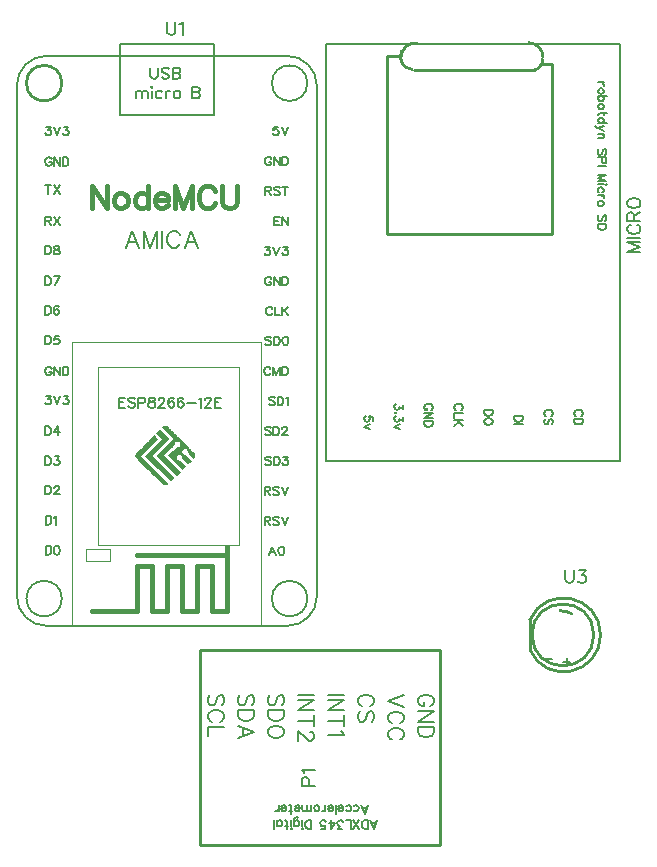
<source format=gto>
G04 Layer: TopSilkLayer*
G04 EasyEDA v6.1.52, Mon, 08 Jul 2019 10:21:38 GMT*
G04 5413f9b5b7f849b2b35cf240694ed7f1,988ceec4d1f441188f864a740997233d,10*
G04 Gerber Generator version 0.2*
G04 Scale: 100 percent, Rotated: No, Reflected: No *
G04 Dimensions in millimeters *
G04 leading zeros omitted , absolute positions ,3 integer and 3 decimal *
%FSLAX33Y33*%
%MOMM*%
G90*
G71D02*

%ADD10C,0.254000*%
%ADD11C,0.203200*%
%ADD18C,0.152400*%
%ADD19C,0.200000*%
%ADD20C,0.101600*%
%ADD21C,0.100000*%
%ADD22C,0.399999*%
%ADD23C,0.177800*%

%LPD*%

%LPD*%
G36*
G01X14241Y35672D02*
G01X14196Y35717D01*
G01X14189Y35713D01*
G01X14175Y35701D01*
G01X14153Y35682D01*
G01X14124Y35656D01*
G01X14089Y35622D01*
G01X14048Y35583D01*
G01X14000Y35537D01*
G01X13948Y35486D01*
G01X13891Y35430D01*
G01X13829Y35370D01*
G01X13763Y35304D01*
G01X13693Y35235D01*
G01X13621Y35162D01*
G01X13545Y35086D01*
G01X13468Y35006D01*
G01X13388Y34925D01*
G01X13191Y34728D01*
G01X13106Y34642D01*
G01X13028Y34564D01*
G01X12958Y34493D01*
G01X12896Y34429D01*
G01X12840Y34372D01*
G01X12790Y34320D01*
G01X12747Y34274D01*
G01X12709Y34233D01*
G01X12677Y34196D01*
G01X12649Y34163D01*
G01X12627Y34134D01*
G01X12608Y34107D01*
G01X12594Y34083D01*
G01X12583Y34061D01*
G01X12575Y34042D01*
G01X12570Y34023D01*
G01X12567Y34005D01*
G01X12567Y33986D01*
G01X12568Y33968D01*
G01X12570Y33949D01*
G01X12574Y33928D01*
G01X12578Y33906D01*
G01X12580Y33898D01*
G01X12583Y33890D01*
G01X12587Y33880D01*
G01X12593Y33869D01*
G01X12601Y33857D01*
G01X12612Y33842D01*
G01X12624Y33826D01*
G01X12639Y33808D01*
G01X12656Y33787D01*
G01X12677Y33764D01*
G01X12701Y33738D01*
G01X12727Y33708D01*
G01X12758Y33676D01*
G01X12792Y33640D01*
G01X12830Y33600D01*
G01X12872Y33556D01*
G01X12919Y33509D01*
G01X12970Y33456D01*
G01X13088Y33338D01*
G01X13154Y33271D01*
G01X13225Y33200D01*
G01X13303Y33123D01*
G01X13386Y33039D01*
G01X13475Y32950D01*
G01X13571Y32855D01*
G01X13673Y32754D01*
G01X13782Y32646D01*
G01X13889Y32538D01*
G01X13990Y32436D01*
G01X14085Y32341D01*
G01X14173Y32252D01*
G01X14470Y31956D01*
G01X14587Y31839D01*
G01X14639Y31788D01*
G01X14686Y31742D01*
G01X14729Y31700D01*
G01X14769Y31662D01*
G01X14804Y31628D01*
G01X14836Y31598D01*
G01X14865Y31571D01*
G01X14891Y31547D01*
G01X14914Y31527D01*
G01X14935Y31509D01*
G01X14953Y31494D01*
G01X14969Y31482D01*
G01X14983Y31472D01*
G01X14996Y31464D01*
G01X15007Y31457D01*
G01X15016Y31453D01*
G01X15026Y31449D01*
G01X15034Y31447D01*
G01X15117Y31443D01*
G01X15194Y31456D01*
G01X15267Y31487D01*
G01X15339Y31539D01*
G01X15430Y31607D01*
G01X14246Y32786D01*
G01X13083Y33957D01*
G01X13792Y34683D01*
G01X14513Y35402D01*
G01X14356Y35560D01*
G01X14292Y35622D01*
G01X14241Y35672D01*
G37*

%LPD*%
G36*
G01X15085Y35811D02*
G01X14673Y36210D01*
G01X14513Y36062D01*
G01X14358Y35907D01*
G01X14610Y35653D01*
G01X14864Y35402D01*
G01X14137Y34683D01*
G01X13421Y33957D01*
G01X14513Y32875D01*
G01X15598Y31790D01*
G01X15758Y31950D01*
G01X15918Y32108D01*
G01X14988Y33035D01*
G01X14041Y33969D01*
G01X14767Y34686D01*
G01X15483Y35402D01*
G01X15085Y35811D01*
G37*

%LPD*%
G36*
G01X15181Y36511D02*
G01X15113Y36518D01*
G01X15047Y36513D01*
G01X14991Y36494D01*
G01X14966Y36486D01*
G01X14941Y36471D01*
G01X14917Y36452D01*
G01X14894Y36431D01*
G01X14843Y36385D01*
G01X15339Y35892D01*
G01X15841Y35399D01*
G01X15118Y34686D01*
G01X14389Y33969D01*
G01X15245Y33126D01*
G01X16095Y32283D01*
G01X16256Y32440D01*
G01X16413Y32595D01*
G01X15725Y33289D01*
G01X15021Y33982D01*
G01X15463Y34414D01*
G01X15553Y34505D01*
G01X15631Y34584D01*
G01X15695Y34651D01*
G01X15748Y34707D01*
G01X15791Y34753D01*
G01X15824Y34791D01*
G01X15850Y34823D01*
G01X15868Y34849D01*
G01X15880Y34870D01*
G01X15888Y34888D01*
G01X15891Y34904D01*
G01X15892Y34919D01*
G01X15897Y34973D01*
G01X15913Y35021D01*
G01X15937Y35064D01*
G01X15971Y35100D01*
G01X16011Y35130D01*
G01X16058Y35152D01*
G01X16111Y35166D01*
G01X16169Y35171D01*
G01X16213Y35168D01*
G01X16250Y35157D01*
G01X16285Y35134D01*
G01X16327Y35097D01*
G01X16356Y35061D01*
G01X16377Y35027D01*
G01X16389Y34989D01*
G01X16393Y34940D01*
G01X16388Y34882D01*
G01X16375Y34832D01*
G01X16354Y34787D01*
G01X16325Y34749D01*
G01X16289Y34719D01*
G01X16246Y34696D01*
G01X16197Y34683D01*
G01X16141Y34678D01*
G01X16118Y34676D01*
G01X16094Y34667D01*
G01X16064Y34649D01*
G01X16026Y34619D01*
G01X15977Y34576D01*
G01X15912Y34514D01*
G01X15829Y34433D01*
G01X15725Y34330D01*
G01X15372Y33982D01*
G01X15981Y33378D01*
G01X16583Y32773D01*
G01X16730Y32918D01*
G01X16870Y33060D01*
G01X16626Y33304D01*
G01X16554Y33378D01*
G01X16496Y33435D01*
G01X16449Y33479D01*
G01X16411Y33510D01*
G01X16381Y33532D01*
G01X16355Y33545D01*
G01X16332Y33551D01*
G01X16309Y33553D01*
G01X16258Y33558D01*
G01X16211Y33573D01*
G01X16170Y33596D01*
G01X16135Y33625D01*
G01X16106Y33661D01*
G01X16085Y33701D01*
G01X16071Y33744D01*
G01X16066Y33790D01*
G01X16069Y33836D01*
G01X16082Y33882D01*
G01X16105Y33926D01*
G01X16139Y33967D01*
G01X16180Y34001D01*
G01X16224Y34024D01*
G01X16270Y34038D01*
G01X16316Y34042D01*
G01X16362Y34037D01*
G01X16406Y34023D01*
G01X16447Y34002D01*
G01X16482Y33974D01*
G01X16512Y33937D01*
G01X16535Y33895D01*
G01X16550Y33848D01*
G01X16555Y33794D01*
G01X16557Y33771D01*
G01X16563Y33748D01*
G01X16577Y33724D01*
G01X16598Y33694D01*
G01X16629Y33657D01*
G01X16673Y33609D01*
G01X16730Y33550D01*
G01X16804Y33477D01*
G01X17048Y33235D01*
G01X17198Y33383D01*
G01X17353Y33540D01*
G01X17114Y33779D01*
G01X17041Y33854D01*
G01X16983Y33911D01*
G01X16938Y33953D01*
G01X16902Y33983D01*
G01X16872Y34003D01*
G01X16846Y34016D01*
G01X16821Y34023D01*
G01X16794Y34028D01*
G01X16727Y34043D01*
G01X16669Y34070D01*
G01X16622Y34108D01*
G01X16586Y34154D01*
G01X16563Y34208D01*
G01X16555Y34266D01*
G01X16562Y34326D01*
G01X16586Y34386D01*
G01X16621Y34444D01*
G01X16667Y34483D01*
G01X16728Y34504D01*
G01X16807Y34510D01*
G01X16864Y34509D01*
G01X16906Y34500D01*
G01X16943Y34481D01*
G01X16984Y34444D01*
G01X17015Y34404D01*
G01X17034Y34370D01*
G01X17045Y34334D01*
G01X17048Y34287D01*
G01X17049Y34255D01*
G01X17053Y34229D01*
G01X17063Y34203D01*
G01X17082Y34174D01*
G01X17111Y34139D01*
G01X17154Y34093D01*
G01X17213Y34032D01*
G01X17289Y33954D01*
G01X17533Y33713D01*
G01X17579Y33776D01*
G01X17619Y33834D01*
G01X17646Y33903D01*
G01X17658Y33978D01*
G01X17653Y34056D01*
G01X17650Y34064D01*
G01X17647Y34073D01*
G01X17642Y34082D01*
G01X17636Y34093D01*
G01X17629Y34106D01*
G01X17618Y34120D01*
G01X17607Y34136D01*
G01X17592Y34154D01*
G01X17575Y34174D01*
G01X17555Y34197D01*
G01X17533Y34223D01*
G01X17506Y34251D01*
G01X17477Y34283D01*
G01X17444Y34319D01*
G01X17407Y34358D01*
G01X17365Y34401D01*
G01X17320Y34448D01*
G01X17270Y34500D01*
G01X17215Y34556D01*
G01X17156Y34616D01*
G01X17091Y34682D01*
G01X17021Y34753D01*
G01X16945Y34830D01*
G01X16864Y34911D01*
G01X16777Y34999D01*
G01X16683Y35093D01*
G01X16583Y35194D01*
G01X16476Y35300D01*
G01X16406Y35372D01*
G01X16336Y35441D01*
G01X16268Y35509D01*
G01X16200Y35576D01*
G01X16135Y35641D01*
G01X16070Y35705D01*
G01X16008Y35766D01*
G01X15947Y35826D01*
G01X15887Y35884D01*
G01X15830Y35940D01*
G01X15775Y35994D01*
G01X15722Y36045D01*
G01X15671Y36094D01*
G01X15623Y36141D01*
G01X15576Y36185D01*
G01X15533Y36227D01*
G01X15492Y36266D01*
G01X15453Y36303D01*
G01X15418Y36336D01*
G01X15386Y36367D01*
G01X15356Y36394D01*
G01X15330Y36419D01*
G01X15307Y36440D01*
G01X15287Y36458D01*
G01X15272Y36472D01*
G01X15259Y36483D01*
G01X15250Y36491D01*
G01X15245Y36494D01*
G01X15181Y36511D01*
G37*

%LPD*%
G54D18*
G01X28702Y33628D02*
G01X28702Y68833D01*
G01X28702Y68833D02*
G01X53594Y68833D01*
G01X53594Y68833D02*
G01X53594Y33578D01*
G01X53594Y33527D02*
G01X28752Y33527D01*
G54D10*
G01X34848Y67817D02*
G01X33858Y67817D01*
G01X33858Y52729D01*
G01X47853Y52729D01*
G01X47853Y67131D01*
G01X46863Y67131D01*
G01X46431Y66623D02*
G01X36169Y66623D01*
G54D19*
G01X2538Y65276D02*
G01X2538Y22096D01*
G01X5078Y19556D02*
G01X25398Y19556D01*
G01X27938Y22096D02*
G01X27938Y65276D01*
G01X25398Y67816D02*
G01X19226Y67816D01*
G01X19226Y68816D01*
G01X11250Y68816D01*
G01X11250Y62812D01*
G01X19226Y62812D01*
G01X19226Y67816D01*
G01X5078Y67816D01*
G54D20*
G01X23238Y19556D02*
G01X23238Y43556D01*
G01X7238Y19556D02*
G01X7238Y43556D01*
G01X7238Y43556D02*
G01X23239Y43556D01*
G54D21*
G01X9371Y41432D02*
G01X9371Y26440D01*
G01X21360Y26440D01*
G01X21360Y41432D01*
G01X9371Y41432D01*
G54D22*
G01X20318Y20826D02*
G01X20204Y20826D01*
G01X19048Y20826D01*
G01X19048Y24636D01*
G01X17778Y24636D01*
G01X17778Y20826D01*
G01X16508Y20826D01*
G01X16508Y24636D01*
G01X15238Y24636D01*
G01X15238Y20826D01*
G01X13968Y20826D01*
G01X13968Y24636D01*
G01X12698Y24636D01*
G01X12698Y20826D01*
G01X8888Y20826D01*
G01X20318Y25556D02*
G01X12698Y25556D01*
G01X20318Y20826D02*
G01X20318Y26256D01*
G54D21*
G01X10416Y26090D02*
G01X8416Y26090D01*
G01X8416Y25090D01*
G01X10416Y25090D01*
G01X10416Y26090D01*
G54D10*
G01X38354Y17526D02*
G01X18034Y17526D01*
G01X18034Y1016D01*
G01X38354Y1016D01*
G01X38354Y17526D01*
G01X45974Y20066D02*
G01X45974Y17526D01*
G54D23*
G01X54241Y51227D02*
G01X55331Y51227D01*
G01X54241Y51227D02*
G01X55331Y51641D01*
G01X54241Y52058D02*
G01X55331Y51641D01*
G01X54241Y52058D02*
G01X55331Y52058D01*
G01X54241Y52401D02*
G01X55331Y52401D01*
G01X54500Y53523D02*
G01X54396Y53470D01*
G01X54292Y53368D01*
G01X54241Y53264D01*
G01X54241Y53056D01*
G01X54292Y52952D01*
G01X54396Y52848D01*
G01X54500Y52797D01*
G01X54655Y52743D01*
G01X54914Y52743D01*
G01X55072Y52797D01*
G01X55176Y52848D01*
G01X55280Y52952D01*
G01X55331Y53056D01*
G01X55331Y53264D01*
G01X55280Y53368D01*
G01X55176Y53470D01*
G01X55072Y53523D01*
G01X54241Y53866D02*
G01X55331Y53866D01*
G01X54241Y53866D02*
G01X54241Y54334D01*
G01X54292Y54488D01*
G01X54343Y54542D01*
G01X54447Y54593D01*
G01X54551Y54593D01*
G01X54655Y54542D01*
G01X54709Y54488D01*
G01X54759Y54334D01*
G01X54759Y53866D01*
G01X54759Y54229D02*
G01X55331Y54593D01*
G01X54241Y55248D02*
G01X54292Y55144D01*
G01X54396Y55040D01*
G01X54500Y54989D01*
G01X54655Y54935D01*
G01X54914Y54935D01*
G01X55072Y54989D01*
G01X55176Y55040D01*
G01X55280Y55144D01*
G01X55331Y55248D01*
G01X55331Y55456D01*
G01X55280Y55560D01*
G01X55176Y55664D01*
G01X55072Y55715D01*
G01X54914Y55769D01*
G01X54655Y55769D01*
G01X54500Y55715D01*
G01X54396Y55664D01*
G01X54292Y55560D01*
G01X54241Y55456D01*
G01X54241Y55248D01*
G54D18*
G01X47739Y37324D02*
G01X47810Y37359D01*
G01X47879Y37428D01*
G01X47914Y37499D01*
G01X47914Y37636D01*
G01X47879Y37705D01*
G01X47810Y37776D01*
G01X47739Y37809D01*
G01X47637Y37845D01*
G01X47462Y37845D01*
G01X47358Y37809D01*
G01X47289Y37776D01*
G01X47221Y37705D01*
G01X47185Y37636D01*
G01X47185Y37499D01*
G01X47221Y37428D01*
G01X47289Y37359D01*
G01X47358Y37324D01*
G01X47810Y36613D02*
G01X47879Y36681D01*
G01X47914Y36785D01*
G01X47914Y36923D01*
G01X47879Y37027D01*
G01X47810Y37095D01*
G01X47739Y37095D01*
G01X47670Y37062D01*
G01X47637Y37027D01*
G01X47602Y36958D01*
G01X47533Y36750D01*
G01X47498Y36681D01*
G01X47462Y36646D01*
G01X47393Y36613D01*
G01X47289Y36613D01*
G01X47221Y36681D01*
G01X47185Y36785D01*
G01X47185Y36923D01*
G01X47221Y37027D01*
G01X47289Y37095D01*
G01X45374Y37337D02*
G01X44645Y37337D01*
G01X45374Y37337D02*
G01X45374Y37095D01*
G01X45339Y36991D01*
G01X45270Y36920D01*
G01X45199Y36887D01*
G01X45097Y36851D01*
G01X44922Y36851D01*
G01X44818Y36887D01*
G01X44749Y36920D01*
G01X44681Y36991D01*
G01X44645Y37095D01*
G01X44645Y37337D01*
G01X45374Y36623D02*
G01X44645Y36623D01*
G01X42834Y37845D02*
G01X42105Y37845D01*
G01X42834Y37845D02*
G01X42834Y37603D01*
G01X42799Y37499D01*
G01X42730Y37428D01*
G01X42659Y37395D01*
G01X42557Y37359D01*
G01X42382Y37359D01*
G01X42278Y37395D01*
G01X42209Y37428D01*
G01X42141Y37499D01*
G01X42105Y37603D01*
G01X42105Y37845D01*
G01X42834Y36923D02*
G01X42799Y36994D01*
G01X42730Y37062D01*
G01X42659Y37095D01*
G01X42557Y37131D01*
G01X42382Y37131D01*
G01X42278Y37095D01*
G01X42209Y37062D01*
G01X42141Y36994D01*
G01X42105Y36923D01*
G01X42105Y36785D01*
G01X42141Y36714D01*
G01X42209Y36646D01*
G01X42278Y36613D01*
G01X42382Y36577D01*
G01X42557Y36577D01*
G01X42659Y36613D01*
G01X42730Y36646D01*
G01X42799Y36714D01*
G01X42834Y36785D01*
G01X42834Y36923D01*
G01X35214Y38284D02*
G01X35214Y37903D01*
G01X34937Y38111D01*
G01X34937Y38007D01*
G01X34902Y37936D01*
G01X34866Y37903D01*
G01X34762Y37867D01*
G01X34693Y37867D01*
G01X34589Y37903D01*
G01X34521Y37972D01*
G01X34485Y38076D01*
G01X34485Y38180D01*
G01X34521Y38284D01*
G01X34556Y38317D01*
G01X34625Y38353D01*
G01X34658Y37603D02*
G01X34625Y37639D01*
G01X34589Y37603D01*
G01X34625Y37570D01*
G01X34658Y37603D01*
G01X35214Y37273D02*
G01X35214Y36892D01*
G01X34937Y37098D01*
G01X34937Y36994D01*
G01X34902Y36925D01*
G01X34866Y36892D01*
G01X34762Y36857D01*
G01X34693Y36857D01*
G01X34589Y36892D01*
G01X34521Y36961D01*
G01X34485Y37065D01*
G01X34485Y37169D01*
G01X34521Y37273D01*
G01X34556Y37306D01*
G01X34625Y37342D01*
G01X34970Y36628D02*
G01X34485Y36420D01*
G01X34970Y36211D02*
G01X34485Y36420D01*
G01X32674Y36920D02*
G01X32674Y37268D01*
G01X32362Y37301D01*
G01X32397Y37268D01*
G01X32430Y37164D01*
G01X32430Y37060D01*
G01X32397Y36956D01*
G01X32326Y36887D01*
G01X32222Y36851D01*
G01X32153Y36851D01*
G01X32049Y36887D01*
G01X31981Y36956D01*
G01X31945Y37060D01*
G01X31945Y37164D01*
G01X31981Y37268D01*
G01X32016Y37301D01*
G01X32085Y37337D01*
G01X32430Y36623D02*
G01X31945Y36415D01*
G01X32430Y36206D02*
G01X31945Y36415D01*
G01X40119Y37832D02*
G01X40190Y37867D01*
G01X40259Y37936D01*
G01X40294Y38007D01*
G01X40294Y38144D01*
G01X40259Y38213D01*
G01X40190Y38284D01*
G01X40119Y38317D01*
G01X40017Y38353D01*
G01X39842Y38353D01*
G01X39738Y38317D01*
G01X39669Y38284D01*
G01X39601Y38213D01*
G01X39565Y38144D01*
G01X39565Y38007D01*
G01X39601Y37936D01*
G01X39669Y37867D01*
G01X39738Y37832D01*
G01X40294Y37603D02*
G01X39565Y37603D01*
G01X39565Y37603D02*
G01X39565Y37189D01*
G01X40294Y36961D02*
G01X39565Y36961D01*
G01X40294Y36476D02*
G01X39809Y36961D01*
G01X39982Y36788D02*
G01X39565Y36476D01*
G01X50279Y37324D02*
G01X50350Y37359D01*
G01X50419Y37428D01*
G01X50454Y37499D01*
G01X50454Y37636D01*
G01X50419Y37705D01*
G01X50350Y37776D01*
G01X50279Y37809D01*
G01X50177Y37845D01*
G01X50002Y37845D01*
G01X49898Y37809D01*
G01X49829Y37776D01*
G01X49761Y37705D01*
G01X49725Y37636D01*
G01X49725Y37499D01*
G01X49761Y37428D01*
G01X49829Y37359D01*
G01X49898Y37324D01*
G01X50454Y37095D02*
G01X49725Y37095D01*
G01X50454Y37095D02*
G01X50454Y36854D01*
G01X50419Y36750D01*
G01X50350Y36681D01*
G01X50279Y36646D01*
G01X50177Y36613D01*
G01X50002Y36613D01*
G01X49898Y36646D01*
G01X49829Y36681D01*
G01X49761Y36750D01*
G01X49725Y36854D01*
G01X49725Y37095D01*
G01X37579Y37832D02*
G01X37650Y37867D01*
G01X37719Y37936D01*
G01X37754Y38007D01*
G01X37754Y38144D01*
G01X37719Y38213D01*
G01X37650Y38284D01*
G01X37579Y38317D01*
G01X37477Y38353D01*
G01X37302Y38353D01*
G01X37198Y38317D01*
G01X37129Y38284D01*
G01X37061Y38213D01*
G01X37025Y38144D01*
G01X37025Y38007D01*
G01X37061Y37936D01*
G01X37129Y37867D01*
G01X37198Y37832D01*
G01X37302Y37832D01*
G01X37302Y38007D02*
G01X37302Y37832D01*
G01X37754Y37603D02*
G01X37025Y37603D01*
G01X37754Y37603D02*
G01X37025Y37121D01*
G01X37754Y37121D02*
G01X37025Y37121D01*
G01X37754Y36892D02*
G01X37025Y36892D01*
G01X37754Y36892D02*
G01X37754Y36648D01*
G01X37719Y36544D01*
G01X37650Y36476D01*
G01X37579Y36440D01*
G01X37477Y36407D01*
G01X37302Y36407D01*
G01X37198Y36440D01*
G01X37129Y36476D01*
G01X37061Y36544D01*
G01X37025Y36648D01*
G01X37025Y36892D01*
G01X52357Y59457D02*
G01X52425Y59526D01*
G01X52461Y59630D01*
G01X52461Y59770D01*
G01X52425Y59874D01*
G01X52357Y59943D01*
G01X52285Y59943D01*
G01X52217Y59907D01*
G01X52184Y59874D01*
G01X52148Y59803D01*
G01X52080Y59597D01*
G01X52044Y59526D01*
G01X52009Y59493D01*
G01X51940Y59457D01*
G01X51836Y59457D01*
G01X51767Y59526D01*
G01X51732Y59630D01*
G01X51732Y59770D01*
G01X51767Y59874D01*
G01X51836Y59943D01*
G01X52461Y59229D02*
G01X51732Y59229D01*
G01X52461Y59229D02*
G01X52461Y58916D01*
G01X52425Y58812D01*
G01X52390Y58779D01*
G01X52321Y58744D01*
G01X52217Y58744D01*
G01X52148Y58779D01*
G01X52113Y58812D01*
G01X52080Y58916D01*
G01X52080Y59229D01*
G01X52461Y58515D02*
G01X51732Y58515D01*
G01X52461Y57753D02*
G01X51732Y57753D01*
G01X52461Y57753D02*
G01X51732Y57476D01*
G01X52461Y57199D02*
G01X51732Y57476D01*
G01X52461Y57199D02*
G01X51732Y57199D01*
G01X52461Y56971D02*
G01X52425Y56935D01*
G01X52461Y56902D01*
G01X52494Y56935D01*
G01X52461Y56971D01*
G01X52217Y56935D02*
G01X51732Y56935D01*
G01X52113Y56257D02*
G01X52184Y56326D01*
G01X52217Y56397D01*
G01X52217Y56501D01*
G01X52184Y56570D01*
G01X52113Y56638D01*
G01X52009Y56674D01*
G01X51940Y56674D01*
G01X51836Y56638D01*
G01X51767Y56570D01*
G01X51732Y56501D01*
G01X51732Y56397D01*
G01X51767Y56326D01*
G01X51836Y56257D01*
G01X52217Y56028D02*
G01X51732Y56028D01*
G01X52009Y56028D02*
G01X52113Y55993D01*
G01X52184Y55924D01*
G01X52217Y55856D01*
G01X52217Y55752D01*
G01X52217Y55350D02*
G01X52184Y55419D01*
G01X52113Y55487D01*
G01X52009Y55523D01*
G01X51940Y55523D01*
G01X51836Y55487D01*
G01X51767Y55419D01*
G01X51732Y55350D01*
G01X51732Y55246D01*
G01X51767Y55178D01*
G01X51836Y55106D01*
G01X51940Y55073D01*
G01X52009Y55073D01*
G01X52113Y55106D01*
G01X52184Y55178D01*
G01X52217Y55246D01*
G01X52217Y55350D01*
G01X52357Y53826D02*
G01X52425Y53895D01*
G01X52461Y53999D01*
G01X52461Y54139D01*
G01X52425Y54240D01*
G01X52357Y54311D01*
G01X52285Y54311D01*
G01X52217Y54276D01*
G01X52184Y54240D01*
G01X52148Y54172D01*
G01X52080Y53963D01*
G01X52044Y53895D01*
G01X52009Y53859D01*
G01X51940Y53826D01*
G01X51836Y53826D01*
G01X51767Y53895D01*
G01X51732Y53999D01*
G01X51732Y54139D01*
G01X51767Y54240D01*
G01X51836Y54311D01*
G01X52461Y53598D02*
G01X51732Y53598D01*
G01X52461Y53598D02*
G01X52461Y53354D01*
G01X52425Y53250D01*
G01X52357Y53181D01*
G01X52285Y53148D01*
G01X52184Y53113D01*
G01X52009Y53113D01*
G01X51904Y53148D01*
G01X51836Y53181D01*
G01X51767Y53250D01*
G01X51732Y53354D01*
G01X51732Y53598D01*
G01X52242Y65571D02*
G01X51757Y65571D01*
G01X52034Y65571D02*
G01X52138Y65536D01*
G01X52209Y65467D01*
G01X52242Y65399D01*
G01X52242Y65294D01*
G01X52242Y64893D02*
G01X52209Y64962D01*
G01X52138Y65030D01*
G01X52034Y65066D01*
G01X51965Y65066D01*
G01X51861Y65030D01*
G01X51793Y64962D01*
G01X51757Y64893D01*
G01X51757Y64789D01*
G01X51793Y64720D01*
G01X51861Y64649D01*
G01X51965Y64616D01*
G01X52034Y64616D01*
G01X52138Y64649D01*
G01X52209Y64720D01*
G01X52242Y64789D01*
G01X52242Y64893D01*
G01X52486Y64388D02*
G01X51757Y64388D01*
G01X52138Y64388D02*
G01X52209Y64317D01*
G01X52242Y64248D01*
G01X52242Y64144D01*
G01X52209Y64075D01*
G01X52138Y64007D01*
G01X52034Y63971D01*
G01X51965Y63971D01*
G01X51861Y64007D01*
G01X51793Y64075D01*
G01X51757Y64144D01*
G01X51757Y64248D01*
G01X51793Y64317D01*
G01X51861Y64388D01*
G01X52242Y63570D02*
G01X52209Y63638D01*
G01X52138Y63707D01*
G01X52034Y63742D01*
G01X51965Y63742D01*
G01X51861Y63707D01*
G01X51793Y63638D01*
G01X51757Y63570D01*
G01X51757Y63466D01*
G01X51793Y63397D01*
G01X51861Y63326D01*
G01X51965Y63293D01*
G01X52034Y63293D01*
G01X52138Y63326D01*
G01X52209Y63397D01*
G01X52242Y63466D01*
G01X52242Y63570D01*
G01X52486Y62960D02*
G01X51897Y62960D01*
G01X51793Y62925D01*
G01X51757Y62856D01*
G01X51757Y62787D01*
G01X52242Y63064D02*
G01X52242Y62820D01*
G01X52486Y62142D02*
G01X51757Y62142D01*
G01X52138Y62142D02*
G01X52209Y62211D01*
G01X52242Y62282D01*
G01X52242Y62384D01*
G01X52209Y62455D01*
G01X52138Y62523D01*
G01X52034Y62559D01*
G01X51965Y62559D01*
G01X51861Y62523D01*
G01X51793Y62455D01*
G01X51757Y62384D01*
G01X51757Y62282D01*
G01X51793Y62211D01*
G01X51861Y62142D01*
G01X52242Y61878D02*
G01X51757Y61672D01*
G01X52242Y61464D02*
G01X51757Y61672D01*
G01X51620Y61741D01*
G01X51549Y61810D01*
G01X51516Y61878D01*
G01X51516Y61914D01*
G01X52242Y61235D02*
G01X51757Y61235D01*
G01X52105Y61235D02*
G01X52209Y61131D01*
G01X52242Y61063D01*
G01X52242Y60959D01*
G01X52209Y60888D01*
G01X52105Y60854D01*
G01X51757Y60854D01*
G54D23*
G01X15240Y70711D02*
G01X15240Y69931D01*
G01X15290Y69773D01*
G01X15394Y69672D01*
G01X15552Y69618D01*
G01X15656Y69618D01*
G01X15811Y69672D01*
G01X15915Y69773D01*
G01X15966Y69931D01*
G01X15966Y70711D01*
G01X16309Y70502D02*
G01X16413Y70553D01*
G01X16570Y70711D01*
G01X16570Y69618D01*
G54D11*
G01X13850Y66812D02*
G01X13850Y66128D01*
G01X13896Y65994D01*
G01X13987Y65902D01*
G01X14122Y65857D01*
G01X14213Y65857D01*
G01X14351Y65902D01*
G01X14442Y65994D01*
G01X14488Y66128D01*
G01X14488Y66812D01*
G01X15422Y66677D02*
G01X15331Y66766D01*
G01X15196Y66812D01*
G01X15013Y66812D01*
G01X14876Y66766D01*
G01X14787Y66677D01*
G01X14787Y66583D01*
G01X14833Y66492D01*
G01X14876Y66448D01*
G01X14968Y66400D01*
G01X15242Y66311D01*
G01X15331Y66266D01*
G01X15377Y66220D01*
G01X15422Y66128D01*
G01X15422Y65994D01*
G01X15331Y65902D01*
G01X15196Y65857D01*
G01X15013Y65857D01*
G01X14876Y65902D01*
G01X14787Y65994D01*
G01X15722Y66812D02*
G01X15722Y65857D01*
G01X15722Y66812D02*
G01X16131Y66812D01*
G01X16268Y66766D01*
G01X16314Y66718D01*
G01X16360Y66629D01*
G01X16360Y66537D01*
G01X16314Y66448D01*
G01X16268Y66400D01*
G01X16131Y66360D01*
G01X15722Y66360D02*
G01X16131Y66360D01*
G01X16268Y66311D01*
G01X16314Y66266D01*
G01X16360Y66174D01*
G01X16360Y66042D01*
G01X16314Y65948D01*
G01X16268Y65902D01*
G01X16131Y65857D01*
G01X15722Y65857D01*
G54D22*
G01X8872Y56817D02*
G01X8872Y54912D01*
G01X8872Y56817D02*
G01X10144Y54912D01*
G01X10144Y56817D02*
G01X10144Y54912D01*
G01X11198Y56182D02*
G01X11018Y56088D01*
G01X10835Y55923D01*
G01X10744Y55643D01*
G01X10744Y55453D01*
G01X10835Y55194D01*
G01X11018Y55008D01*
G01X11198Y54912D01*
G01X11473Y54912D01*
G01X11653Y55008D01*
G01X11836Y55194D01*
G01X11927Y55453D01*
G01X11927Y55643D01*
G01X11836Y55923D01*
G01X11653Y56088D01*
G01X11473Y56182D01*
G01X11198Y56182D01*
G01X13616Y56817D02*
G01X13616Y54912D01*
G01X13616Y55923D02*
G01X13436Y56088D01*
G01X13253Y56182D01*
G01X12981Y56182D01*
G01X12799Y56088D01*
G01X12618Y55923D01*
G01X12527Y55643D01*
G01X12527Y55453D01*
G01X12618Y55194D01*
G01X12799Y55008D01*
G01X12981Y54912D01*
G01X13253Y54912D01*
G01X13436Y55008D01*
G01X13616Y55194D01*
G01X14218Y55643D02*
G01X15306Y55643D01*
G01X15306Y55829D01*
G01X15217Y56017D01*
G01X15125Y56088D01*
G01X14945Y56182D01*
G01X14671Y56182D01*
G01X14490Y56088D01*
G01X14307Y55923D01*
G01X14218Y55643D01*
G01X14218Y55453D01*
G01X14307Y55194D01*
G01X14490Y55008D01*
G01X14671Y54912D01*
G01X14945Y54912D01*
G01X15125Y55008D01*
G01X15306Y55194D01*
G01X15908Y56817D02*
G01X15908Y54912D01*
G01X15908Y56817D02*
G01X16637Y54912D01*
G01X17363Y56817D02*
G01X16637Y54912D01*
G01X17363Y56817D02*
G01X17363Y54912D01*
G01X19326Y56370D02*
G01X19235Y56558D01*
G01X19052Y56746D01*
G01X18872Y56817D01*
G01X18508Y56817D01*
G01X18326Y56746D01*
G01X18145Y56558D01*
G01X18054Y56370D01*
G01X17962Y56088D01*
G01X17962Y55643D01*
G01X18054Y55382D01*
G01X18145Y55194D01*
G01X18326Y55008D01*
G01X18508Y54912D01*
G01X18872Y54912D01*
G01X19052Y55008D01*
G01X19235Y55194D01*
G01X19326Y55382D01*
G01X19926Y56817D02*
G01X19926Y55453D01*
G01X20017Y55194D01*
G01X20200Y55008D01*
G01X20472Y54912D01*
G01X20655Y54912D01*
G01X20927Y55008D01*
G01X21107Y55194D01*
G01X21198Y55453D01*
G01X21198Y56817D01*
G54D11*
G01X24650Y61833D02*
G01X24302Y61833D01*
G01X24269Y61521D01*
G01X24302Y61556D01*
G01X24406Y61589D01*
G01X24511Y61589D01*
G01X24615Y61556D01*
G01X24683Y61485D01*
G01X24719Y61381D01*
G01X24719Y61313D01*
G01X24683Y61208D01*
G01X24615Y61140D01*
G01X24511Y61104D01*
G01X24406Y61104D01*
G01X24302Y61140D01*
G01X24269Y61175D01*
G01X24234Y61244D01*
G01X24947Y61833D02*
G01X25224Y61104D01*
G01X25501Y61833D02*
G01X25224Y61104D01*
G01X24076Y59118D02*
G01X24041Y59189D01*
G01X23972Y59255D01*
G01X23901Y59293D01*
G01X23764Y59293D01*
G01X23695Y59255D01*
G01X23624Y59189D01*
G01X23591Y59118D01*
G01X23555Y59016D01*
G01X23555Y58841D01*
G01X23591Y58737D01*
G01X23624Y58668D01*
G01X23695Y58600D01*
G01X23764Y58564D01*
G01X23901Y58564D01*
G01X23972Y58600D01*
G01X24041Y58668D01*
G01X24076Y58737D01*
G01X24076Y58841D01*
G01X23901Y58841D02*
G01X24076Y58841D01*
G01X24305Y59293D02*
G01X24305Y58564D01*
G01X24305Y59293D02*
G01X24787Y58564D01*
G01X24787Y59293D02*
G01X24787Y58564D01*
G01X25016Y59293D02*
G01X25016Y58564D01*
G01X25016Y59293D02*
G01X25260Y59293D01*
G01X25364Y59255D01*
G01X25433Y59189D01*
G01X25468Y59118D01*
G01X25501Y59016D01*
G01X25501Y58841D01*
G01X25468Y58737D01*
G01X25433Y58668D01*
G01X25364Y58600D01*
G01X25260Y58564D01*
G01X25016Y58564D01*
G01X5476Y59065D02*
G01X5440Y59138D01*
G01X5372Y59207D01*
G01X5300Y59242D01*
G01X5163Y59242D01*
G01X5095Y59207D01*
G01X5024Y59138D01*
G01X4991Y59065D01*
G01X4955Y58963D01*
G01X4955Y58790D01*
G01X4991Y58684D01*
G01X5024Y58618D01*
G01X5095Y58549D01*
G01X5163Y58513D01*
G01X5300Y58513D01*
G01X5372Y58549D01*
G01X5440Y58618D01*
G01X5476Y58684D01*
G01X5476Y58790D01*
G01X5300Y58790D02*
G01X5476Y58790D01*
G01X5704Y59242D02*
G01X5704Y58513D01*
G01X5704Y59242D02*
G01X6187Y58513D01*
G01X6187Y59242D02*
G01X6187Y58513D01*
G01X6416Y59242D02*
G01X6416Y58513D01*
G01X6416Y59242D02*
G01X6659Y59242D01*
G01X6764Y59207D01*
G01X6832Y59138D01*
G01X6868Y59065D01*
G01X6901Y58963D01*
G01X6901Y58790D01*
G01X6868Y58684D01*
G01X6832Y58618D01*
G01X6764Y58549D01*
G01X6659Y58513D01*
G01X6416Y58513D01*
G01X5476Y41318D02*
G01X5440Y41389D01*
G01X5372Y41455D01*
G01X5300Y41488D01*
G01X5163Y41488D01*
G01X5095Y41455D01*
G01X5026Y41389D01*
G01X4991Y41318D01*
G01X4955Y41214D01*
G01X4955Y41041D01*
G01X4991Y40937D01*
G01X5026Y40866D01*
G01X5095Y40800D01*
G01X5163Y40759D01*
G01X5300Y40759D01*
G01X5372Y40800D01*
G01X5440Y40866D01*
G01X5476Y40937D01*
G01X5476Y41041D01*
G01X5300Y41041D02*
G01X5476Y41041D01*
G01X5704Y41488D02*
G01X5704Y40759D01*
G01X5704Y41488D02*
G01X6187Y40759D01*
G01X6187Y41488D02*
G01X6187Y40759D01*
G01X6416Y41488D02*
G01X6416Y40759D01*
G01X6416Y41488D02*
G01X6659Y41488D01*
G01X6764Y41455D01*
G01X6832Y41389D01*
G01X6868Y41318D01*
G01X6901Y41214D01*
G01X6901Y41041D01*
G01X6868Y40937D01*
G01X6832Y40866D01*
G01X6764Y40800D01*
G01X6659Y40759D01*
G01X6416Y40759D01*
G01X24076Y48958D02*
G01X24041Y49029D01*
G01X23972Y49095D01*
G01X23901Y49133D01*
G01X23764Y49133D01*
G01X23695Y49095D01*
G01X23624Y49029D01*
G01X23591Y48958D01*
G01X23555Y48856D01*
G01X23555Y48681D01*
G01X23591Y48577D01*
G01X23624Y48508D01*
G01X23695Y48440D01*
G01X23764Y48404D01*
G01X23901Y48404D01*
G01X23972Y48440D01*
G01X24041Y48508D01*
G01X24076Y48577D01*
G01X24076Y48681D01*
G01X23901Y48681D02*
G01X24076Y48681D01*
G01X24305Y49133D02*
G01X24305Y48404D01*
G01X24305Y49133D02*
G01X24787Y48404D01*
G01X24787Y49133D02*
G01X24787Y48404D01*
G01X25016Y49133D02*
G01X25016Y48404D01*
G01X25016Y49133D02*
G01X25260Y49133D01*
G01X25364Y49095D01*
G01X25433Y49029D01*
G01X25468Y48958D01*
G01X25501Y48856D01*
G01X25501Y48681D01*
G01X25468Y48577D01*
G01X25433Y48508D01*
G01X25364Y48440D01*
G01X25260Y48404D01*
G01X25016Y48404D01*
G01X5024Y61833D02*
G01X5405Y61833D01*
G01X5196Y61556D01*
G01X5300Y61556D01*
G01X5372Y61521D01*
G01X5405Y61485D01*
G01X5440Y61381D01*
G01X5440Y61313D01*
G01X5405Y61208D01*
G01X5336Y61140D01*
G01X5232Y61104D01*
G01X5128Y61104D01*
G01X5024Y61140D01*
G01X4991Y61175D01*
G01X4955Y61244D01*
G01X5669Y61833D02*
G01X5946Y61104D01*
G01X6223Y61833D02*
G01X5946Y61104D01*
G01X6520Y61833D02*
G01X6901Y61833D01*
G01X6695Y61556D01*
G01X6797Y61556D01*
G01X6868Y61521D01*
G01X6901Y61485D01*
G01X6936Y61381D01*
G01X6936Y61313D01*
G01X6901Y61208D01*
G01X6832Y61140D01*
G01X6728Y61104D01*
G01X6624Y61104D01*
G01X6520Y61140D01*
G01X6487Y61175D01*
G01X6451Y61244D01*
G01X5026Y39047D02*
G01X5407Y39047D01*
G01X5196Y38770D01*
G01X5300Y38770D01*
G01X5372Y38735D01*
G01X5407Y38699D01*
G01X5440Y38595D01*
G01X5440Y38524D01*
G01X5407Y38420D01*
G01X5336Y38354D01*
G01X5232Y38318D01*
G01X5128Y38318D01*
G01X5026Y38354D01*
G01X4991Y38389D01*
G01X4955Y38458D01*
G01X5669Y39047D02*
G01X5946Y38318D01*
G01X6223Y39047D02*
G01X5946Y38318D01*
G01X6520Y39047D02*
G01X6901Y39047D01*
G01X6695Y38770D01*
G01X6797Y38770D01*
G01X6868Y38735D01*
G01X6901Y38699D01*
G01X6936Y38595D01*
G01X6936Y38524D01*
G01X6901Y38420D01*
G01X6832Y38354D01*
G01X6728Y38318D01*
G01X6624Y38318D01*
G01X6520Y38354D01*
G01X6487Y38389D01*
G01X6451Y38458D01*
G01X23588Y51673D02*
G01X23969Y51673D01*
G01X23761Y51396D01*
G01X23865Y51396D01*
G01X23936Y51361D01*
G01X23969Y51325D01*
G01X24005Y51221D01*
G01X24005Y51153D01*
G01X23969Y51048D01*
G01X23901Y50980D01*
G01X23797Y50944D01*
G01X23693Y50944D01*
G01X23588Y50980D01*
G01X23555Y51015D01*
G01X23520Y51084D01*
G01X24234Y51673D02*
G01X24511Y50944D01*
G01X24787Y51673D02*
G01X24511Y50944D01*
G01X25085Y51673D02*
G01X25466Y51673D01*
G01X25260Y51396D01*
G01X25361Y51396D01*
G01X25433Y51361D01*
G01X25466Y51325D01*
G01X25501Y51221D01*
G01X25501Y51153D01*
G01X25466Y51048D01*
G01X25397Y50980D01*
G01X25293Y50944D01*
G01X25189Y50944D01*
G01X25085Y50980D01*
G01X25052Y51015D01*
G01X25016Y51084D01*
G01X5196Y56842D02*
G01X5196Y56113D01*
G01X4955Y56842D02*
G01X5440Y56842D01*
G01X5669Y56842D02*
G01X6154Y56113D01*
G01X6154Y56842D02*
G01X5669Y56113D01*
G01X4955Y54195D02*
G01X4955Y53467D01*
G01X4955Y54195D02*
G01X5267Y54195D01*
G01X5372Y54160D01*
G01X5405Y54124D01*
G01X5440Y54056D01*
G01X5440Y53985D01*
G01X5405Y53919D01*
G01X5372Y53883D01*
G01X5267Y53848D01*
G01X4955Y53848D01*
G01X5196Y53848D02*
G01X5440Y53467D01*
G01X5669Y54195D02*
G01X6154Y53467D01*
G01X6154Y54195D02*
G01X5669Y53467D01*
G01X4955Y51732D02*
G01X4955Y51003D01*
G01X4955Y51732D02*
G01X5196Y51732D01*
G01X5300Y51699D01*
G01X5372Y51628D01*
G01X5405Y51559D01*
G01X5440Y51457D01*
G01X5440Y51280D01*
G01X5405Y51178D01*
G01X5372Y51109D01*
G01X5300Y51041D01*
G01X5196Y51003D01*
G01X4955Y51003D01*
G01X5842Y51732D02*
G01X5737Y51699D01*
G01X5704Y51628D01*
G01X5704Y51559D01*
G01X5737Y51490D01*
G01X5806Y51457D01*
G01X5946Y51422D01*
G01X6050Y51384D01*
G01X6118Y51318D01*
G01X6154Y51247D01*
G01X6154Y51145D01*
G01X6118Y51076D01*
G01X6085Y51041D01*
G01X5981Y51003D01*
G01X5842Y51003D01*
G01X5737Y51041D01*
G01X5704Y51076D01*
G01X5669Y51145D01*
G01X5669Y51247D01*
G01X5704Y51318D01*
G01X5773Y51384D01*
G01X5877Y51422D01*
G01X6014Y51457D01*
G01X6085Y51490D01*
G01X6118Y51559D01*
G01X6118Y51628D01*
G01X6085Y51699D01*
G01X5981Y51732D01*
G01X5842Y51732D01*
G01X4955Y49143D02*
G01X4955Y48414D01*
G01X4955Y49143D02*
G01X5196Y49143D01*
G01X5300Y49108D01*
G01X5372Y49039D01*
G01X5405Y48968D01*
G01X5440Y48867D01*
G01X5440Y48691D01*
G01X5405Y48587D01*
G01X5372Y48516D01*
G01X5300Y48450D01*
G01X5196Y48414D01*
G01X4955Y48414D01*
G01X6154Y49143D02*
G01X5806Y48414D01*
G01X5669Y49143D02*
G01X6154Y49143D01*
G01X4955Y46642D02*
G01X4955Y45913D01*
G01X4955Y46642D02*
G01X5196Y46642D01*
G01X5300Y46606D01*
G01X5372Y46537D01*
G01X5405Y46469D01*
G01X5440Y46365D01*
G01X5440Y46189D01*
G01X5405Y46088D01*
G01X5372Y46017D01*
G01X5300Y45946D01*
G01X5196Y45913D01*
G01X4955Y45913D01*
G01X6085Y46537D02*
G01X6050Y46606D01*
G01X5946Y46642D01*
G01X5877Y46642D01*
G01X5773Y46606D01*
G01X5704Y46504D01*
G01X5669Y46327D01*
G01X5669Y46156D01*
G01X5704Y46017D01*
G01X5773Y45946D01*
G01X5877Y45913D01*
G01X5910Y45913D01*
G01X6014Y45946D01*
G01X6085Y46017D01*
G01X6118Y46123D01*
G01X6118Y46156D01*
G01X6085Y46261D01*
G01X6014Y46327D01*
G01X5910Y46365D01*
G01X5877Y46365D01*
G01X5773Y46327D01*
G01X5704Y46261D01*
G01X5669Y46156D01*
G01X4955Y44112D02*
G01X4955Y43383D01*
G01X4955Y44112D02*
G01X5196Y44112D01*
G01X5300Y44079D01*
G01X5372Y44008D01*
G01X5405Y43939D01*
G01X5440Y43837D01*
G01X5440Y43660D01*
G01X5405Y43558D01*
G01X5372Y43489D01*
G01X5300Y43421D01*
G01X5196Y43383D01*
G01X4955Y43383D01*
G01X6085Y44112D02*
G01X5737Y44112D01*
G01X5704Y43802D01*
G01X5737Y43837D01*
G01X5842Y43870D01*
G01X5946Y43870D01*
G01X6050Y43837D01*
G01X6118Y43764D01*
G01X6154Y43660D01*
G01X6154Y43594D01*
G01X6118Y43489D01*
G01X6050Y43421D01*
G01X5946Y43383D01*
G01X5842Y43383D01*
G01X5737Y43421D01*
G01X5704Y43456D01*
G01X5669Y43525D01*
G01X4955Y36443D02*
G01X4955Y35714D01*
G01X4955Y36443D02*
G01X5196Y36443D01*
G01X5300Y36408D01*
G01X5372Y36339D01*
G01X5405Y36268D01*
G01X5440Y36167D01*
G01X5440Y35991D01*
G01X5405Y35887D01*
G01X5372Y35816D01*
G01X5300Y35750D01*
G01X5196Y35714D01*
G01X4955Y35714D01*
G01X6014Y36443D02*
G01X5669Y35958D01*
G01X6187Y35958D01*
G01X6014Y36443D02*
G01X6014Y35714D01*
G01X4955Y33903D02*
G01X4955Y33174D01*
G01X4955Y33903D02*
G01X5196Y33903D01*
G01X5300Y33868D01*
G01X5372Y33799D01*
G01X5405Y33726D01*
G01X5440Y33627D01*
G01X5440Y33451D01*
G01X5405Y33345D01*
G01X5372Y33276D01*
G01X5300Y33210D01*
G01X5196Y33174D01*
G01X4955Y33174D01*
G01X5737Y33903D02*
G01X6118Y33903D01*
G01X5910Y33627D01*
G01X6014Y33627D01*
G01X6085Y33591D01*
G01X6118Y33555D01*
G01X6154Y33451D01*
G01X6154Y33380D01*
G01X6118Y33276D01*
G01X6050Y33210D01*
G01X5946Y33174D01*
G01X5842Y33174D01*
G01X5737Y33210D01*
G01X5704Y33246D01*
G01X5669Y33312D01*
G01X4955Y31412D02*
G01X4955Y30683D01*
G01X4955Y31412D02*
G01X5196Y31412D01*
G01X5300Y31376D01*
G01X5372Y31308D01*
G01X5405Y31239D01*
G01X5440Y31137D01*
G01X5440Y30960D01*
G01X5405Y30858D01*
G01X5372Y30789D01*
G01X5300Y30721D01*
G01X5196Y30683D01*
G01X4955Y30683D01*
G01X5704Y31239D02*
G01X5704Y31275D01*
G01X5737Y31341D01*
G01X5773Y31376D01*
G01X5842Y31412D01*
G01X5981Y31412D01*
G01X6050Y31376D01*
G01X6085Y31341D01*
G01X6118Y31275D01*
G01X6118Y31206D01*
G01X6085Y31137D01*
G01X6014Y31031D01*
G01X5669Y30683D01*
G01X6154Y30683D01*
G01X4978Y28864D02*
G01X4978Y28133D01*
G01X4978Y28864D02*
G01X5219Y28864D01*
G01X5323Y28829D01*
G01X5394Y28760D01*
G01X5427Y28689D01*
G01X5463Y28585D01*
G01X5463Y28412D01*
G01X5427Y28308D01*
G01X5394Y28237D01*
G01X5323Y28168D01*
G01X5219Y28133D01*
G01X4978Y28133D01*
G01X5692Y28724D02*
G01X5760Y28760D01*
G01X5864Y28864D01*
G01X5864Y28133D01*
G01X23588Y56753D02*
G01X23588Y56024D01*
G01X23588Y56753D02*
G01X23901Y56753D01*
G01X24005Y56715D01*
G01X24038Y56682D01*
G01X24074Y56614D01*
G01X24074Y56545D01*
G01X24038Y56476D01*
G01X24005Y56441D01*
G01X23901Y56405D01*
G01X23588Y56405D01*
G01X23830Y56405D02*
G01X24074Y56024D01*
G01X24787Y56649D02*
G01X24719Y56715D01*
G01X24615Y56753D01*
G01X24475Y56753D01*
G01X24371Y56715D01*
G01X24302Y56649D01*
G01X24302Y56578D01*
G01X24338Y56509D01*
G01X24371Y56476D01*
G01X24439Y56441D01*
G01X24648Y56372D01*
G01X24719Y56334D01*
G01X24752Y56301D01*
G01X24787Y56233D01*
G01X24787Y56128D01*
G01X24719Y56060D01*
G01X24615Y56024D01*
G01X24475Y56024D01*
G01X24371Y56060D01*
G01X24302Y56128D01*
G01X25257Y56753D02*
G01X25257Y56024D01*
G01X25016Y56753D02*
G01X25501Y56753D01*
G01X24338Y54213D02*
G01X24338Y53484D01*
G01X24338Y54213D02*
G01X24787Y54213D01*
G01X24338Y53865D02*
G01X24615Y53865D01*
G01X24338Y53484D02*
G01X24787Y53484D01*
G01X25016Y54213D02*
G01X25016Y53484D01*
G01X25016Y54213D02*
G01X25501Y53484D01*
G01X25501Y54213D02*
G01X25501Y53484D01*
G01X24145Y46418D02*
G01X24109Y46489D01*
G01X24041Y46555D01*
G01X23969Y46593D01*
G01X23832Y46593D01*
G01X23764Y46555D01*
G01X23693Y46489D01*
G01X23660Y46418D01*
G01X23624Y46316D01*
G01X23624Y46141D01*
G01X23660Y46037D01*
G01X23693Y45968D01*
G01X23764Y45900D01*
G01X23832Y45864D01*
G01X23969Y45864D01*
G01X24041Y45900D01*
G01X24109Y45968D01*
G01X24145Y46037D01*
G01X24373Y46593D02*
G01X24373Y45864D01*
G01X24373Y45864D02*
G01X24787Y45864D01*
G01X25016Y46593D02*
G01X25016Y45864D01*
G01X25501Y46593D02*
G01X25016Y46108D01*
G01X25189Y46281D02*
G01X25501Y45864D01*
G01X24074Y43949D02*
G01X24005Y44015D01*
G01X23901Y44053D01*
G01X23761Y44053D01*
G01X23657Y44015D01*
G01X23588Y43949D01*
G01X23588Y43878D01*
G01X23624Y43809D01*
G01X23657Y43776D01*
G01X23728Y43741D01*
G01X23934Y43672D01*
G01X24005Y43634D01*
G01X24038Y43601D01*
G01X24074Y43533D01*
G01X24074Y43428D01*
G01X24005Y43360D01*
G01X23901Y43324D01*
G01X23761Y43324D01*
G01X23657Y43360D01*
G01X23588Y43428D01*
G01X24302Y44053D02*
G01X24302Y43324D01*
G01X24302Y44053D02*
G01X24544Y44053D01*
G01X24648Y44015D01*
G01X24719Y43949D01*
G01X24752Y43878D01*
G01X24787Y43776D01*
G01X24787Y43601D01*
G01X24752Y43497D01*
G01X24719Y43428D01*
G01X24648Y43360D01*
G01X24544Y43324D01*
G01X24302Y43324D01*
G01X25224Y44053D02*
G01X25120Y44015D01*
G01X25049Y43914D01*
G01X25016Y43741D01*
G01X25016Y43634D01*
G01X25049Y43464D01*
G01X25120Y43360D01*
G01X25224Y43324D01*
G01X25293Y43324D01*
G01X25397Y43360D01*
G01X25466Y43464D01*
G01X25501Y43634D01*
G01X25501Y43741D01*
G01X25466Y43914D01*
G01X25397Y44015D01*
G01X25293Y44053D01*
G01X25224Y44053D01*
G01X24005Y41338D02*
G01X23969Y41409D01*
G01X23901Y41475D01*
G01X23830Y41513D01*
G01X23693Y41513D01*
G01X23624Y41475D01*
G01X23553Y41409D01*
G01X23520Y41338D01*
G01X23484Y41236D01*
G01X23484Y41061D01*
G01X23520Y40957D01*
G01X23553Y40888D01*
G01X23624Y40820D01*
G01X23693Y40784D01*
G01X23830Y40784D01*
G01X23901Y40820D01*
G01X23969Y40888D01*
G01X24005Y40957D01*
G01X24234Y41513D02*
G01X24234Y40784D01*
G01X24234Y41513D02*
G01X24511Y40784D01*
G01X24787Y41513D02*
G01X24511Y40784D01*
G01X24787Y41513D02*
G01X24787Y40784D01*
G01X25016Y41513D02*
G01X25016Y40784D01*
G01X25016Y41513D02*
G01X25257Y41513D01*
G01X25361Y41475D01*
G01X25430Y41409D01*
G01X25466Y41338D01*
G01X25501Y41236D01*
G01X25501Y41061D01*
G01X25466Y40957D01*
G01X25430Y40888D01*
G01X25361Y40820D01*
G01X25257Y40784D01*
G01X25016Y40784D01*
G01X24386Y38869D02*
G01X24317Y38935D01*
G01X24213Y38973D01*
G01X24074Y38973D01*
G01X23969Y38935D01*
G01X23901Y38869D01*
G01X23901Y38798D01*
G01X23936Y38729D01*
G01X23969Y38696D01*
G01X24041Y38661D01*
G01X24246Y38592D01*
G01X24317Y38554D01*
G01X24350Y38521D01*
G01X24386Y38453D01*
G01X24386Y38348D01*
G01X24317Y38280D01*
G01X24213Y38244D01*
G01X24074Y38244D01*
G01X23969Y38280D01*
G01X23901Y38348D01*
G01X24615Y38973D02*
G01X24615Y38244D01*
G01X24615Y38973D02*
G01X24856Y38973D01*
G01X24960Y38935D01*
G01X25031Y38869D01*
G01X25064Y38798D01*
G01X25100Y38696D01*
G01X25100Y38521D01*
G01X25064Y38417D01*
G01X25031Y38348D01*
G01X24960Y38280D01*
G01X24856Y38244D01*
G01X24615Y38244D01*
G01X25328Y38834D02*
G01X25397Y38869D01*
G01X25501Y38973D01*
G01X25501Y38244D01*
G01X24041Y36329D02*
G01X23972Y36395D01*
G01X23868Y36433D01*
G01X23728Y36433D01*
G01X23624Y36395D01*
G01X23555Y36329D01*
G01X23555Y36258D01*
G01X23591Y36189D01*
G01X23624Y36156D01*
G01X23695Y36121D01*
G01X23901Y36052D01*
G01X23972Y36014D01*
G01X24005Y35981D01*
G01X24041Y35913D01*
G01X24041Y35808D01*
G01X23972Y35740D01*
G01X23868Y35704D01*
G01X23728Y35704D01*
G01X23624Y35740D01*
G01X23555Y35808D01*
G01X24269Y36433D02*
G01X24269Y35704D01*
G01X24269Y36433D02*
G01X24511Y36433D01*
G01X24615Y36395D01*
G01X24686Y36329D01*
G01X24719Y36258D01*
G01X24754Y36156D01*
G01X24754Y35981D01*
G01X24719Y35877D01*
G01X24686Y35808D01*
G01X24615Y35740D01*
G01X24511Y35704D01*
G01X24269Y35704D01*
G01X25016Y36258D02*
G01X25016Y36294D01*
G01X25052Y36362D01*
G01X25087Y36395D01*
G01X25156Y36433D01*
G01X25295Y36433D01*
G01X25364Y36395D01*
G01X25397Y36362D01*
G01X25433Y36294D01*
G01X25433Y36225D01*
G01X25397Y36156D01*
G01X25328Y36052D01*
G01X24983Y35704D01*
G01X25468Y35704D01*
G01X24074Y33787D02*
G01X24005Y33855D01*
G01X23901Y33893D01*
G01X23761Y33893D01*
G01X23657Y33855D01*
G01X23588Y33787D01*
G01X23588Y33718D01*
G01X23624Y33649D01*
G01X23657Y33616D01*
G01X23728Y33581D01*
G01X23934Y33512D01*
G01X24005Y33474D01*
G01X24038Y33439D01*
G01X24074Y33373D01*
G01X24074Y33268D01*
G01X24005Y33200D01*
G01X23901Y33164D01*
G01X23761Y33164D01*
G01X23657Y33200D01*
G01X23588Y33268D01*
G01X24302Y33893D02*
G01X24302Y33164D01*
G01X24302Y33893D02*
G01X24544Y33893D01*
G01X24648Y33855D01*
G01X24719Y33787D01*
G01X24752Y33718D01*
G01X24787Y33616D01*
G01X24787Y33439D01*
G01X24752Y33337D01*
G01X24719Y33268D01*
G01X24648Y33200D01*
G01X24544Y33164D01*
G01X24302Y33164D01*
G01X25085Y33893D02*
G01X25466Y33893D01*
G01X25257Y33616D01*
G01X25361Y33616D01*
G01X25430Y33581D01*
G01X25466Y33545D01*
G01X25501Y33439D01*
G01X25501Y33373D01*
G01X25466Y33268D01*
G01X25397Y33200D01*
G01X25293Y33164D01*
G01X25189Y33164D01*
G01X25085Y33200D01*
G01X25049Y33235D01*
G01X25016Y33304D01*
G01X23520Y31353D02*
G01X23520Y30624D01*
G01X23520Y31353D02*
G01X23832Y31353D01*
G01X23936Y31315D01*
G01X23969Y31280D01*
G01X24005Y31214D01*
G01X24005Y31145D01*
G01X23969Y31076D01*
G01X23936Y31041D01*
G01X23832Y31005D01*
G01X23520Y31005D01*
G01X23761Y31005D02*
G01X24005Y30624D01*
G01X24719Y31247D02*
G01X24650Y31315D01*
G01X24546Y31353D01*
G01X24406Y31353D01*
G01X24302Y31315D01*
G01X24234Y31247D01*
G01X24234Y31178D01*
G01X24269Y31109D01*
G01X24302Y31076D01*
G01X24371Y31041D01*
G01X24579Y30972D01*
G01X24650Y30934D01*
G01X24683Y30899D01*
G01X24719Y30833D01*
G01X24719Y30728D01*
G01X24650Y30660D01*
G01X24546Y30624D01*
G01X24406Y30624D01*
G01X24302Y30660D01*
G01X24234Y30728D01*
G01X24947Y31353D02*
G01X25224Y30624D01*
G01X25501Y31353D02*
G01X25224Y30624D01*
G01X23520Y28813D02*
G01X23520Y28084D01*
G01X23520Y28813D02*
G01X23832Y28813D01*
G01X23936Y28775D01*
G01X23969Y28740D01*
G01X24005Y28674D01*
G01X24005Y28605D01*
G01X23969Y28536D01*
G01X23936Y28501D01*
G01X23832Y28465D01*
G01X23520Y28465D01*
G01X23761Y28465D02*
G01X24005Y28084D01*
G01X24719Y28707D02*
G01X24650Y28775D01*
G01X24546Y28813D01*
G01X24406Y28813D01*
G01X24302Y28775D01*
G01X24234Y28707D01*
G01X24234Y28638D01*
G01X24269Y28569D01*
G01X24302Y28536D01*
G01X24371Y28501D01*
G01X24579Y28432D01*
G01X24650Y28394D01*
G01X24683Y28359D01*
G01X24719Y28293D01*
G01X24719Y28188D01*
G01X24650Y28120D01*
G01X24546Y28084D01*
G01X24406Y28084D01*
G01X24302Y28120D01*
G01X24234Y28188D01*
G01X24947Y28813D02*
G01X25224Y28084D01*
G01X25501Y28813D02*
G01X25224Y28084D01*
G01X24178Y26273D02*
G01X23901Y25544D01*
G01X24178Y26273D02*
G01X24455Y25544D01*
G01X24005Y25786D02*
G01X24350Y25786D01*
G01X24892Y26273D02*
G01X24787Y26235D01*
G01X24719Y26134D01*
G01X24683Y25961D01*
G01X24683Y25854D01*
G01X24719Y25684D01*
G01X24787Y25580D01*
G01X24892Y25544D01*
G01X24960Y25544D01*
G01X25064Y25580D01*
G01X25133Y25684D01*
G01X25168Y25854D01*
G01X25168Y25961D01*
G01X25133Y26134D01*
G01X25064Y26235D01*
G01X24960Y26273D01*
G01X24892Y26273D01*
G01X11176Y38889D02*
G01X11176Y38031D01*
G01X11176Y38889D02*
G01X11709Y38889D01*
G01X11176Y38483D02*
G01X11506Y38483D01*
G01X11176Y38031D02*
G01X11709Y38031D01*
G01X12552Y38770D02*
G01X12471Y38849D01*
G01X12349Y38889D01*
G01X12184Y38889D01*
G01X12062Y38849D01*
G01X11981Y38770D01*
G01X11981Y38689D01*
G01X12019Y38605D01*
G01X12062Y38564D01*
G01X12143Y38524D01*
G01X12390Y38442D01*
G01X12471Y38402D01*
G01X12509Y38361D01*
G01X12552Y38277D01*
G01X12552Y38155D01*
G01X12471Y38074D01*
G01X12349Y38031D01*
G01X12184Y38031D01*
G01X12062Y38074D01*
G01X11981Y38155D01*
G01X12821Y38889D02*
G01X12821Y38031D01*
G01X12821Y38889D02*
G01X13190Y38889D01*
G01X13314Y38849D01*
G01X13352Y38811D01*
G01X13395Y38729D01*
G01X13395Y38605D01*
G01X13352Y38524D01*
G01X13314Y38483D01*
G01X13190Y38442D01*
G01X12821Y38442D01*
G01X13870Y38889D02*
G01X13746Y38849D01*
G01X13703Y38770D01*
G01X13703Y38689D01*
G01X13746Y38605D01*
G01X13827Y38564D01*
G01X13992Y38524D01*
G01X14112Y38483D01*
G01X14196Y38402D01*
G01X14239Y38318D01*
G01X14239Y38196D01*
G01X14196Y38115D01*
G01X14157Y38074D01*
G01X14033Y38031D01*
G01X13870Y38031D01*
G01X13746Y38074D01*
G01X13703Y38115D01*
G01X13665Y38196D01*
G01X13665Y38318D01*
G01X13703Y38402D01*
G01X13789Y38483D01*
G01X13909Y38524D01*
G01X14074Y38564D01*
G01X14157Y38605D01*
G01X14196Y38689D01*
G01X14196Y38770D01*
G01X14157Y38849D01*
G01X14033Y38889D01*
G01X13870Y38889D01*
G01X14549Y38689D02*
G01X14549Y38729D01*
G01X14587Y38811D01*
G01X14630Y38849D01*
G01X14714Y38889D01*
G01X14874Y38889D01*
G01X14955Y38849D01*
G01X14998Y38811D01*
G01X15036Y38729D01*
G01X15036Y38648D01*
G01X14998Y38564D01*
G01X14917Y38442D01*
G01X14508Y38031D01*
G01X15079Y38031D01*
G01X15841Y38770D02*
G01X15798Y38849D01*
G01X15679Y38889D01*
G01X15593Y38889D01*
G01X15473Y38849D01*
G01X15392Y38729D01*
G01X15349Y38524D01*
G01X15349Y38318D01*
G01X15392Y38155D01*
G01X15473Y38074D01*
G01X15593Y38031D01*
G01X15636Y38031D01*
G01X15760Y38074D01*
G01X15841Y38155D01*
G01X15882Y38277D01*
G01X15882Y38318D01*
G01X15841Y38442D01*
G01X15760Y38524D01*
G01X15636Y38564D01*
G01X15593Y38564D01*
G01X15473Y38524D01*
G01X15392Y38442D01*
G01X15349Y38318D01*
G01X16644Y38770D02*
G01X16603Y38849D01*
G01X16476Y38889D01*
G01X16398Y38889D01*
G01X16273Y38849D01*
G01X16192Y38729D01*
G01X16151Y38524D01*
G01X16151Y38318D01*
G01X16192Y38155D01*
G01X16273Y38074D01*
G01X16398Y38031D01*
G01X16438Y38031D01*
G01X16560Y38074D01*
G01X16644Y38155D01*
G01X16682Y38277D01*
G01X16682Y38318D01*
G01X16644Y38442D01*
G01X16560Y38524D01*
G01X16438Y38564D01*
G01X16398Y38564D01*
G01X16273Y38524D01*
G01X16192Y38442D01*
G01X16151Y38318D01*
G01X16954Y38402D02*
G01X17688Y38402D01*
G01X17957Y38729D02*
G01X18044Y38770D01*
G01X18163Y38889D01*
G01X18163Y38031D01*
G01X18475Y38689D02*
G01X18475Y38729D01*
G01X18514Y38811D01*
G01X18557Y38849D01*
G01X18638Y38889D01*
G01X18803Y38889D01*
G01X18884Y38849D01*
G01X18923Y38811D01*
G01X18968Y38729D01*
G01X18968Y38648D01*
G01X18923Y38564D01*
G01X18841Y38442D01*
G01X18432Y38031D01*
G01X19009Y38031D01*
G01X19276Y38889D02*
G01X19276Y38031D01*
G01X19276Y38889D02*
G01X19809Y38889D01*
G01X19276Y38483D02*
G01X19603Y38483D01*
G01X19276Y38031D02*
G01X19809Y38031D01*
G01X12306Y53007D02*
G01X11760Y51546D01*
G01X12306Y53007D02*
G01X12849Y51546D01*
G01X11965Y52021D02*
G01X12646Y52021D01*
G01X13301Y53007D02*
G01X13301Y51546D01*
G01X13301Y53007D02*
G01X13845Y51546D01*
G01X14391Y53007D02*
G01X13845Y51546D01*
G01X14391Y53007D02*
G01X14391Y51546D01*
G01X14841Y53007D02*
G01X14841Y51546D01*
G01X16314Y52656D02*
G01X16245Y52783D01*
G01X16111Y52910D01*
G01X15974Y53007D01*
G01X15702Y53007D01*
G01X15565Y52910D01*
G01X15427Y52783D01*
G01X15359Y52656D01*
G01X15290Y52435D01*
G01X15290Y52118D01*
G01X15359Y51894D01*
G01X15427Y51767D01*
G01X15565Y51640D01*
G01X15702Y51546D01*
G01X15974Y51546D01*
G01X16111Y51640D01*
G01X16245Y51767D01*
G01X16314Y51894D01*
G01X17310Y53007D02*
G01X16764Y51546D01*
G01X17310Y53007D02*
G01X17856Y51546D01*
G01X16969Y52021D02*
G01X17650Y52021D01*
G01X12603Y64861D02*
G01X12603Y64226D01*
G01X12603Y64678D02*
G01X12740Y64818D01*
G01X12829Y64861D01*
G01X12966Y64861D01*
G01X13058Y64818D01*
G01X13103Y64678D01*
G01X13103Y64226D01*
G01X13103Y64678D02*
G01X13241Y64818D01*
G01X13329Y64861D01*
G01X13467Y64861D01*
G01X13558Y64818D01*
G01X13604Y64678D01*
G01X13604Y64226D01*
G01X13903Y65181D02*
G01X13949Y65135D01*
G01X13995Y65181D01*
G01X13949Y65224D01*
G01X13903Y65181D01*
G01X13949Y64861D02*
G01X13949Y64226D01*
G01X14838Y64726D02*
G01X14749Y64818D01*
G01X14658Y64861D01*
G01X14521Y64861D01*
G01X14429Y64818D01*
G01X14340Y64726D01*
G01X14295Y64589D01*
G01X14295Y64495D01*
G01X14340Y64361D01*
G01X14429Y64272D01*
G01X14521Y64226D01*
G01X14658Y64226D01*
G01X14749Y64272D01*
G01X14838Y64361D01*
G01X15140Y64861D02*
G01X15140Y64226D01*
G01X15140Y64589D02*
G01X15184Y64726D01*
G01X15275Y64818D01*
G01X15367Y64861D01*
G01X15504Y64861D01*
G01X16029Y64861D02*
G01X15941Y64818D01*
G01X15849Y64726D01*
G01X15803Y64589D01*
G01X15803Y64495D01*
G01X15849Y64361D01*
G01X15941Y64272D01*
G01X16029Y64226D01*
G01X16167Y64226D01*
G01X16258Y64272D01*
G01X16349Y64361D01*
G01X16393Y64495D01*
G01X16393Y64589D01*
G01X16349Y64726D01*
G01X16258Y64818D01*
G01X16167Y64861D01*
G01X16029Y64861D01*
G01X17393Y65181D02*
G01X17393Y64226D01*
G01X17393Y65181D02*
G01X17802Y65181D01*
G01X17940Y65135D01*
G01X17985Y65090D01*
G01X18031Y64996D01*
G01X18031Y64907D01*
G01X17985Y64818D01*
G01X17940Y64772D01*
G01X17802Y64726D01*
G01X17393Y64726D02*
G01X17802Y64726D01*
G01X17940Y64678D01*
G01X17985Y64635D01*
G01X18031Y64543D01*
G01X18031Y64409D01*
G01X17985Y64317D01*
G01X17940Y64272D01*
G01X17802Y64226D01*
G01X17393Y64226D01*
G01X4978Y26324D02*
G01X4978Y25593D01*
G01X4978Y26324D02*
G01X5219Y26324D01*
G01X5323Y26289D01*
G01X5394Y26220D01*
G01X5427Y26149D01*
G01X5463Y26045D01*
G01X5463Y25872D01*
G01X5427Y25768D01*
G01X5394Y25697D01*
G01X5323Y25628D01*
G01X5219Y25593D01*
G01X4978Y25593D01*
G01X5900Y26324D02*
G01X5796Y26289D01*
G01X5727Y26184D01*
G01X5692Y26009D01*
G01X5692Y25908D01*
G01X5727Y25735D01*
G01X5796Y25628D01*
G01X5900Y25593D01*
G01X5969Y25593D01*
G01X6073Y25628D01*
G01X6141Y25735D01*
G01X6177Y25908D01*
G01X6177Y26009D01*
G01X6141Y26184D01*
G01X6073Y26289D01*
G01X5969Y26324D01*
G01X5900Y26324D01*
G54D23*
G01X26670Y6035D02*
G01X27759Y6035D01*
G01X26670Y6035D02*
G01X26670Y6502D01*
G01X26720Y6657D01*
G01X26771Y6710D01*
G01X26875Y6761D01*
G01X27033Y6761D01*
G01X27137Y6710D01*
G01X27188Y6657D01*
G01X27241Y6502D01*
G01X27241Y6035D01*
G01X26875Y7104D02*
G01X26824Y7208D01*
G01X26670Y7366D01*
G01X27759Y7366D01*
G54D18*
G01X32743Y2377D02*
G01X33020Y3106D01*
G01X32743Y2377D02*
G01X32466Y3106D01*
G01X32915Y2862D02*
G01X32570Y2862D01*
G01X32237Y2377D02*
G01X32237Y3106D01*
G01X32237Y2377D02*
G01X31993Y2377D01*
G01X31889Y2413D01*
G01X31821Y2481D01*
G01X31788Y2552D01*
G01X31752Y2654D01*
G01X31752Y2829D01*
G01X31788Y2933D01*
G01X31821Y3002D01*
G01X31889Y3070D01*
G01X31993Y3106D01*
G01X32237Y3106D01*
G01X31523Y2377D02*
G01X31038Y3106D01*
G01X31038Y2377D02*
G01X31523Y3106D01*
G01X30810Y2377D02*
G01X30810Y3106D01*
G01X30810Y3106D02*
G01X30393Y3106D01*
G01X30096Y2377D02*
G01X29715Y2377D01*
G01X29923Y2654D01*
G01X29819Y2654D01*
G01X29751Y2689D01*
G01X29715Y2725D01*
G01X29679Y2829D01*
G01X29679Y2898D01*
G01X29715Y3002D01*
G01X29784Y3070D01*
G01X29888Y3106D01*
G01X29992Y3106D01*
G01X30096Y3070D01*
G01X30132Y3035D01*
G01X30165Y2966D01*
G01X29105Y2377D02*
G01X29451Y2862D01*
G01X28933Y2862D01*
G01X29105Y2377D02*
G01X29105Y3106D01*
G01X28287Y2377D02*
G01X28635Y2377D01*
G01X28668Y2689D01*
G01X28635Y2654D01*
G01X28531Y2621D01*
G01X28427Y2621D01*
G01X28323Y2654D01*
G01X28254Y2725D01*
G01X28219Y2829D01*
G01X28219Y2898D01*
G01X28254Y3002D01*
G01X28323Y3070D01*
G01X28427Y3106D01*
G01X28531Y3106D01*
G01X28635Y3070D01*
G01X28668Y3035D01*
G01X28704Y2966D01*
G01X27457Y2377D02*
G01X27457Y3106D01*
G01X27457Y2377D02*
G01X27216Y2377D01*
G01X27111Y2413D01*
G01X27040Y2481D01*
G01X27007Y2552D01*
G01X26972Y2654D01*
G01X26972Y2829D01*
G01X27007Y2933D01*
G01X27040Y3002D01*
G01X27111Y3070D01*
G01X27216Y3106D01*
G01X27457Y3106D01*
G01X26743Y2377D02*
G01X26708Y2413D01*
G01X26675Y2377D01*
G01X26708Y2344D01*
G01X26743Y2377D01*
G01X26708Y2621D02*
G01X26708Y3106D01*
G01X26029Y2621D02*
G01X26029Y3175D01*
G01X26065Y3279D01*
G01X26098Y3314D01*
G01X26169Y3347D01*
G01X26273Y3347D01*
G01X26342Y3314D01*
G01X26029Y2725D02*
G01X26098Y2654D01*
G01X26169Y2621D01*
G01X26273Y2621D01*
G01X26342Y2654D01*
G01X26410Y2725D01*
G01X26446Y2829D01*
G01X26446Y2898D01*
G01X26410Y3002D01*
G01X26342Y3070D01*
G01X26273Y3106D01*
G01X26169Y3106D01*
G01X26098Y3070D01*
G01X26029Y3002D01*
G01X25801Y2377D02*
G01X25768Y2413D01*
G01X25732Y2377D01*
G01X25768Y2344D01*
G01X25801Y2377D01*
G01X25768Y2621D02*
G01X25768Y3106D01*
G01X25400Y2377D02*
G01X25400Y2966D01*
G01X25364Y3070D01*
G01X25295Y3106D01*
G01X25227Y3106D01*
G01X25504Y2621D02*
G01X25260Y2621D01*
G01X24582Y2621D02*
G01X24582Y3106D01*
G01X24582Y2725D02*
G01X24650Y2654D01*
G01X24721Y2621D01*
G01X24825Y2621D01*
G01X24894Y2654D01*
G01X24963Y2725D01*
G01X24998Y2829D01*
G01X24998Y2898D01*
G01X24963Y3002D01*
G01X24894Y3070D01*
G01X24825Y3106D01*
G01X24721Y3106D01*
G01X24650Y3070D01*
G01X24582Y3002D01*
G01X24353Y2377D02*
G01X24353Y3106D01*
G01X31981Y3647D02*
G01X32258Y4376D01*
G01X31981Y3647D02*
G01X31704Y4376D01*
G01X32153Y4132D02*
G01X31808Y4132D01*
G01X31059Y3995D02*
G01X31127Y3924D01*
G01X31198Y3891D01*
G01X31302Y3891D01*
G01X31371Y3924D01*
G01X31440Y3995D01*
G01X31475Y4099D01*
G01X31475Y4168D01*
G01X31440Y4272D01*
G01X31371Y4340D01*
G01X31302Y4376D01*
G01X31198Y4376D01*
G01X31127Y4340D01*
G01X31059Y4272D01*
G01X30416Y3995D02*
G01X30485Y3924D01*
G01X30553Y3891D01*
G01X30657Y3891D01*
G01X30726Y3924D01*
G01X30797Y3995D01*
G01X30830Y4099D01*
G01X30830Y4168D01*
G01X30797Y4272D01*
G01X30726Y4340D01*
G01X30657Y4376D01*
G01X30553Y4376D01*
G01X30485Y4340D01*
G01X30416Y4272D01*
G01X30187Y4099D02*
G01X29771Y4099D01*
G01X29771Y4028D01*
G01X29806Y3959D01*
G01X29839Y3924D01*
G01X29908Y3891D01*
G01X30012Y3891D01*
G01X30083Y3924D01*
G01X30152Y3995D01*
G01X30187Y4099D01*
G01X30187Y4168D01*
G01X30152Y4272D01*
G01X30083Y4340D01*
G01X30012Y4376D01*
G01X29908Y4376D01*
G01X29839Y4340D01*
G01X29771Y4272D01*
G01X29542Y3647D02*
G01X29542Y4376D01*
G01X29314Y4099D02*
G01X28897Y4099D01*
G01X28897Y4028D01*
G01X28933Y3959D01*
G01X28968Y3924D01*
G01X29037Y3891D01*
G01X29141Y3891D01*
G01X29210Y3924D01*
G01X29278Y3995D01*
G01X29314Y4099D01*
G01X29314Y4168D01*
G01X29278Y4272D01*
G01X29210Y4340D01*
G01X29141Y4376D01*
G01X29037Y4376D01*
G01X28968Y4340D01*
G01X28897Y4272D01*
G01X28668Y3891D02*
G01X28668Y4376D01*
G01X28668Y4099D02*
G01X28635Y3995D01*
G01X28564Y3924D01*
G01X28496Y3891D01*
G01X28392Y3891D01*
G01X27990Y3891D02*
G01X28059Y3924D01*
G01X28130Y3995D01*
G01X28163Y4099D01*
G01X28163Y4168D01*
G01X28130Y4272D01*
G01X28059Y4340D01*
G01X27990Y4376D01*
G01X27886Y4376D01*
G01X27818Y4340D01*
G01X27749Y4272D01*
G01X27713Y4168D01*
G01X27713Y4099D01*
G01X27749Y3995D01*
G01X27818Y3924D01*
G01X27886Y3891D01*
G01X27990Y3891D01*
G01X27485Y3891D02*
G01X27485Y4376D01*
G01X27485Y4028D02*
G01X27381Y3924D01*
G01X27312Y3891D01*
G01X27208Y3891D01*
G01X27139Y3924D01*
G01X27104Y4028D01*
G01X27104Y4376D01*
G01X27104Y4028D02*
G01X27000Y3924D01*
G01X26931Y3891D01*
G01X26827Y3891D01*
G01X26758Y3924D01*
G01X26723Y4028D01*
G01X26723Y4376D01*
G01X26494Y4099D02*
G01X26078Y4099D01*
G01X26078Y4028D01*
G01X26113Y3959D01*
G01X26149Y3924D01*
G01X26217Y3891D01*
G01X26322Y3891D01*
G01X26390Y3924D01*
G01X26459Y3995D01*
G01X26494Y4099D01*
G01X26494Y4168D01*
G01X26459Y4272D01*
G01X26390Y4340D01*
G01X26322Y4376D01*
G01X26217Y4376D01*
G01X26149Y4340D01*
G01X26078Y4272D01*
G01X25745Y3647D02*
G01X25745Y4236D01*
G01X25712Y4340D01*
G01X25641Y4376D01*
G01X25572Y4376D01*
G01X25849Y3891D02*
G01X25608Y3891D01*
G01X25344Y4099D02*
G01X24930Y4099D01*
G01X24930Y4028D01*
G01X24963Y3959D01*
G01X24998Y3924D01*
G01X25067Y3891D01*
G01X25171Y3891D01*
G01X25239Y3924D01*
G01X25311Y3995D01*
G01X25344Y4099D01*
G01X25344Y4168D01*
G01X25311Y4272D01*
G01X25239Y4340D01*
G01X25171Y4376D01*
G01X25067Y4376D01*
G01X24998Y4340D01*
G01X24930Y4272D01*
G01X24701Y3891D02*
G01X24701Y4376D01*
G01X24701Y4099D02*
G01X24665Y3995D01*
G01X24597Y3924D01*
G01X24526Y3891D01*
G01X24422Y3891D01*
G54D11*
G01X37528Y12760D02*
G01X37655Y12824D01*
G01X37785Y12951D01*
G01X37848Y13078D01*
G01X37848Y13335D01*
G01X37785Y13462D01*
G01X37655Y13589D01*
G01X37528Y13652D01*
G01X37338Y13716D01*
G01X37020Y13716D01*
G01X36830Y13652D01*
G01X36703Y13589D01*
G01X36576Y13462D01*
G01X36512Y13335D01*
G01X36512Y13078D01*
G01X36576Y12951D01*
G01X36703Y12824D01*
G01X36830Y12760D01*
G01X37020Y12760D01*
G01X37020Y13078D02*
G01X37020Y12760D01*
G01X37848Y12341D02*
G01X36512Y12341D01*
G01X37848Y12341D02*
G01X36512Y11450D01*
G01X37848Y11450D02*
G01X36512Y11450D01*
G01X37848Y11031D02*
G01X36512Y11031D01*
G01X37848Y11031D02*
G01X37848Y10584D01*
G01X37785Y10393D01*
G01X37655Y10266D01*
G01X37528Y10203D01*
G01X37338Y10139D01*
G01X37020Y10139D01*
G01X36830Y10203D01*
G01X36703Y10266D01*
G01X36576Y10393D01*
G01X36512Y10584D01*
G01X36512Y11031D01*
G01X35308Y13716D02*
G01X33972Y13208D01*
G01X35308Y12697D02*
G01X33972Y13208D01*
G01X34988Y11323D02*
G01X35115Y11386D01*
G01X35242Y11513D01*
G01X35308Y11643D01*
G01X35308Y11897D01*
G01X35242Y12024D01*
G01X35115Y12151D01*
G01X34988Y12214D01*
G01X34798Y12278D01*
G01X34480Y12278D01*
G01X34290Y12214D01*
G01X34163Y12151D01*
G01X34036Y12024D01*
G01X33972Y11897D01*
G01X33972Y11643D01*
G01X34036Y11513D01*
G01X34163Y11386D01*
G01X34290Y11323D01*
G01X34988Y9949D02*
G01X35115Y10012D01*
G01X35242Y10139D01*
G01X35308Y10269D01*
G01X35308Y10523D01*
G01X35242Y10650D01*
G01X35115Y10777D01*
G01X34988Y10840D01*
G01X34798Y10904D01*
G01X34480Y10904D01*
G01X34290Y10840D01*
G01X34163Y10777D01*
G01X34036Y10650D01*
G01X33972Y10523D01*
G01X33972Y10269D01*
G01X34036Y10139D01*
G01X34163Y10012D01*
G01X34290Y9949D01*
G01X32448Y12760D02*
G01X32575Y12824D01*
G01X32702Y12951D01*
G01X32768Y13081D01*
G01X32768Y13335D01*
G01X32702Y13462D01*
G01X32575Y13589D01*
G01X32448Y13652D01*
G01X32258Y13716D01*
G01X31940Y13716D01*
G01X31750Y13652D01*
G01X31623Y13589D01*
G01X31496Y13462D01*
G01X31432Y13335D01*
G01X31432Y13081D01*
G01X31496Y12951D01*
G01X31623Y12824D01*
G01X31750Y12760D01*
G01X32575Y11450D02*
G01X32702Y11577D01*
G01X32768Y11770D01*
G01X32768Y12024D01*
G01X32702Y12214D01*
G01X32575Y12341D01*
G01X32448Y12341D01*
G01X32321Y12278D01*
G01X32258Y12214D01*
G01X32194Y12087D01*
G01X32067Y11706D01*
G01X32004Y11577D01*
G01X31940Y11513D01*
G01X31813Y11450D01*
G01X31623Y11450D01*
G01X31496Y11577D01*
G01X31432Y11770D01*
G01X31432Y12024D01*
G01X31496Y12214D01*
G01X31623Y12341D01*
G01X30228Y13716D02*
G01X28892Y13716D01*
G01X30228Y13296D02*
G01X28892Y13296D01*
G01X30228Y13296D02*
G01X28892Y12405D01*
G01X30228Y12405D02*
G01X28892Y12405D01*
G01X30228Y11539D02*
G01X28892Y11539D01*
G01X30228Y11986D02*
G01X30228Y11094D01*
G01X29972Y10675D02*
G01X30035Y10548D01*
G01X30228Y10358D01*
G01X28892Y10358D01*
G01X27688Y13716D02*
G01X26352Y13716D01*
G01X27688Y13296D02*
G01X26352Y13296D01*
G01X27688Y13296D02*
G01X26352Y12405D01*
G01X27688Y12405D02*
G01X26352Y12405D01*
G01X27688Y11539D02*
G01X26352Y11539D01*
G01X27688Y11986D02*
G01X27688Y11094D01*
G01X27368Y10612D02*
G01X27432Y10612D01*
G01X27559Y10548D01*
G01X27622Y10485D01*
G01X27688Y10358D01*
G01X27688Y10101D01*
G01X27622Y9974D01*
G01X27559Y9911D01*
G01X27432Y9847D01*
G01X27305Y9847D01*
G01X27178Y9911D01*
G01X26987Y10038D01*
G01X26352Y10675D01*
G01X26352Y9784D01*
G01X24955Y12824D02*
G01X25082Y12951D01*
G01X25148Y13144D01*
G01X25148Y13398D01*
G01X25082Y13589D01*
G01X24955Y13716D01*
G01X24828Y13716D01*
G01X24701Y13652D01*
G01X24638Y13589D01*
G01X24574Y13462D01*
G01X24447Y13081D01*
G01X24384Y12951D01*
G01X24320Y12887D01*
G01X24193Y12824D01*
G01X24003Y12824D01*
G01X23876Y12951D01*
G01X23812Y13144D01*
G01X23812Y13398D01*
G01X23876Y13589D01*
G01X24003Y13716D01*
G01X25148Y12405D02*
G01X23812Y12405D01*
G01X25148Y12405D02*
G01X25148Y11960D01*
G01X25082Y11770D01*
G01X24955Y11643D01*
G01X24828Y11577D01*
G01X24638Y11513D01*
G01X24320Y11513D01*
G01X24130Y11577D01*
G01X24003Y11643D01*
G01X23876Y11770D01*
G01X23812Y11960D01*
G01X23812Y12405D01*
G01X25148Y10713D02*
G01X25082Y10840D01*
G01X24955Y10967D01*
G01X24828Y11031D01*
G01X24638Y11094D01*
G01X24320Y11094D01*
G01X24130Y11031D01*
G01X24003Y10967D01*
G01X23876Y10840D01*
G01X23812Y10713D01*
G01X23812Y10459D01*
G01X23876Y10332D01*
G01X24003Y10203D01*
G01X24130Y10139D01*
G01X24320Y10076D01*
G01X24638Y10076D01*
G01X24828Y10139D01*
G01X24955Y10203D01*
G01X25082Y10332D01*
G01X25148Y10459D01*
G01X25148Y10713D01*
G01X22415Y12824D02*
G01X22542Y12951D01*
G01X22608Y13144D01*
G01X22608Y13398D01*
G01X22542Y13589D01*
G01X22415Y13716D01*
G01X22288Y13716D01*
G01X22161Y13652D01*
G01X22098Y13589D01*
G01X22034Y13462D01*
G01X21907Y13081D01*
G01X21844Y12951D01*
G01X21780Y12887D01*
G01X21653Y12824D01*
G01X21463Y12824D01*
G01X21336Y12951D01*
G01X21272Y13144D01*
G01X21272Y13398D01*
G01X21336Y13589D01*
G01X21463Y13716D01*
G01X22608Y12405D02*
G01X21272Y12405D01*
G01X22608Y12405D02*
G01X22608Y11960D01*
G01X22542Y11770D01*
G01X22415Y11643D01*
G01X22288Y11577D01*
G01X22098Y11513D01*
G01X21780Y11513D01*
G01X21590Y11577D01*
G01X21463Y11643D01*
G01X21336Y11770D01*
G01X21272Y11960D01*
G01X21272Y12405D01*
G01X22608Y10586D02*
G01X21272Y11094D01*
G01X22608Y10586D02*
G01X21272Y10076D01*
G01X21717Y10904D02*
G01X21717Y10269D01*
G01X19875Y12824D02*
G01X20002Y12951D01*
G01X20068Y13144D01*
G01X20068Y13398D01*
G01X20002Y13589D01*
G01X19875Y13716D01*
G01X19748Y13716D01*
G01X19621Y13652D01*
G01X19558Y13589D01*
G01X19494Y13462D01*
G01X19367Y13081D01*
G01X19304Y12951D01*
G01X19240Y12887D01*
G01X19113Y12824D01*
G01X18923Y12824D01*
G01X18796Y12951D01*
G01X18732Y13144D01*
G01X18732Y13398D01*
G01X18796Y13589D01*
G01X18923Y13716D01*
G01X19748Y11450D02*
G01X19875Y11513D01*
G01X20002Y11643D01*
G01X20068Y11770D01*
G01X20068Y12024D01*
G01X20002Y12151D01*
G01X19875Y12278D01*
G01X19748Y12341D01*
G01X19558Y12405D01*
G01X19240Y12405D01*
G01X19050Y12341D01*
G01X18923Y12278D01*
G01X18796Y12151D01*
G01X18732Y12024D01*
G01X18732Y11770D01*
G01X18796Y11643D01*
G01X18923Y11513D01*
G01X19050Y11450D01*
G01X20068Y11031D02*
G01X18732Y11031D01*
G01X18732Y11031D02*
G01X18732Y10269D01*
G54D23*
G01X48966Y24274D02*
G01X48966Y23495D01*
G01X49016Y23337D01*
G01X49121Y23235D01*
G01X49278Y23182D01*
G01X49382Y23182D01*
G01X49537Y23235D01*
G01X49641Y23337D01*
G01X49692Y23495D01*
G01X49692Y24274D01*
G01X50139Y24274D02*
G01X50711Y24274D01*
G01X50398Y23858D01*
G01X50556Y23858D01*
G01X50660Y23807D01*
G01X50711Y23754D01*
G01X50764Y23599D01*
G01X50764Y23495D01*
G01X50711Y23337D01*
G01X50606Y23235D01*
G01X50452Y23182D01*
G01X50297Y23182D01*
G01X50139Y23235D01*
G01X50088Y23286D01*
G01X50035Y23390D01*
G54D18*
G01X49080Y16822D02*
G01X49080Y16197D01*
G01X48768Y16510D02*
G01X49390Y16510D01*
G01X47244Y16764D02*
G01X47866Y16764D01*
G54D10*
G75*
G01X47031Y67525D02*
G02X46332Y66626I-799J-100D01*
G01*
G75*
G01X35971Y66677D02*
G02X35133Y68226I103J1057D01*
G01*
G75*
G01X47092Y67716D02*
G03X45892Y68917I-1200J1D01*
G01*
G75*
G01X36373Y68884D02*
G03X35073Y67784I-100J-1200D01*
G01*
G54D19*
G75*
G01X27940Y22098D02*
G02X25400Y19558I-2500J-40D01*
G01*
G75*
G01X2540Y22098D02*
G03X5080Y19558I2500J-40D01*
G01*
G75*
G01X27940Y65278D02*
G03X25400Y67818I-2500J40D01*
G01*
G75*
G01X2540Y65278D02*
G02X5080Y67818I2500J40D01*
G01*
G54D10*
G75*
G01X45974Y20066D02*
G02X45974Y17526I2857J-1270D01*
G01*
G75*
G01X48514Y20828D02*
G02X49530Y20574I159J-1523D01*
G01*
G54D19*
G75*
G01X27132Y65507D02*
G03X27132Y65507I-1501J0D01*
G01*
G54D10*
G75*
G01X6350Y65507D02*
G03X6350Y65507I-1501J0D01*
G01*
G54D19*
G75*
G01X6350Y21867D02*
G03X6350Y21867I-1501J0D01*
G01*
G75*
G01X27132Y21867D02*
G03X27132Y21867I-1501J0D01*
G01*
G54D10*
G75*
G01X51384Y18796D02*
G03X51384Y18796I-2616J0D01*
G01*
M00*
M02*

</source>
